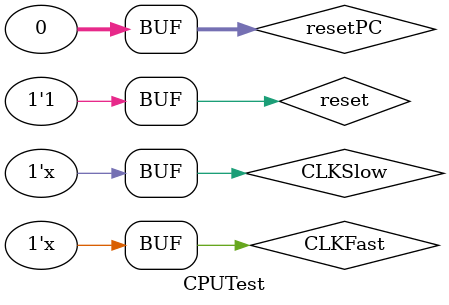
<source format=v>
`timescale 1 ns / 1 ps 
`define timePeriod 4
module CPUTest ();

reg CLKFast;
reg CLKSlow;
reg [31:0] CLKCount;
reg reset;
reg [31:0] resetPC;
wire [31:0] ALURes;

initial begin
    CLKCount <= 0;
    CLKFast <= 0;
    CLKSlow <= 0;

    reset <= 0;
    resetPC <= 0;

    #20;

    reset <= 1;
end

always # (`timePeriod / 2) begin
    CLKFast <= ~CLKFast;
    if(CLKCount == 32'd5) begin
        CLKSlow <= ~CLKSlow;
        CLKCount <= 0;
    end
    else CLKCount <= CLKCount + 1;
end

pipelineCPU pipelineCPU (CLKFast,CLKSlow,reset,resetPC,ALURes);

endmodule
</source>
